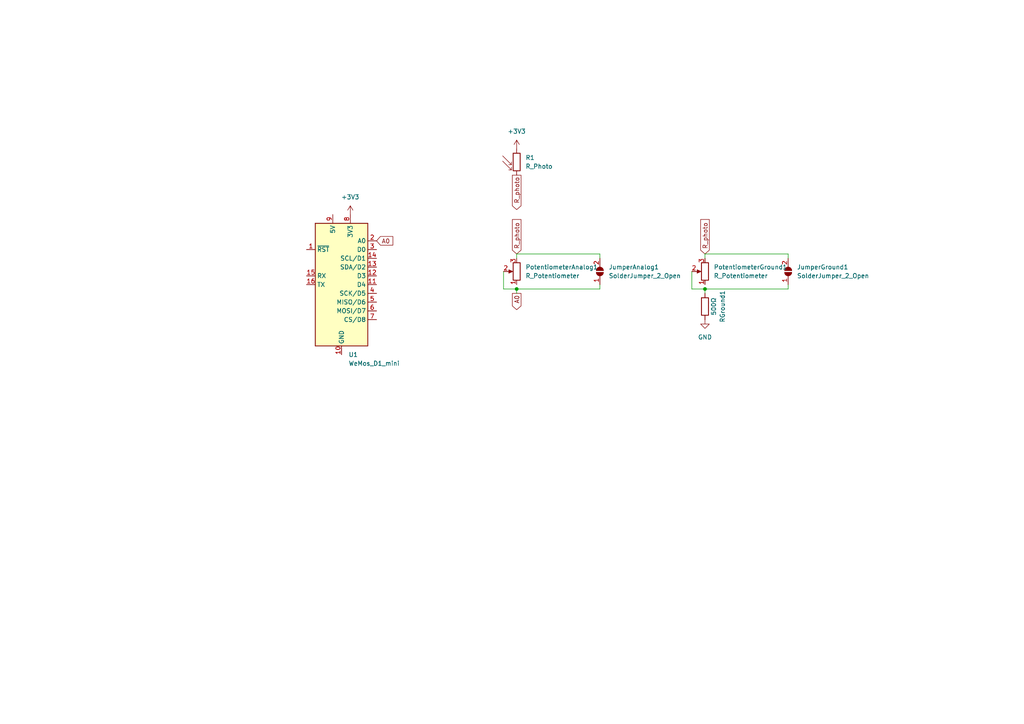
<source format=kicad_sch>
(kicad_sch (version 20230121) (generator eeschema)
  (paper "A4")
  (lib_symbols
    (symbol "Device:R" (pin_numbers hide) (pin_names (offset 0))
      (property "Reference" "R" (at 2.032 0 90))
      (property "Value" "R" (at 0 0 90))
      (symbol "R_0_1"
        (rectangle (start -1.016 -2.54) (end 1.016 2.54) (stroke (width 0.254)))
      )
      (symbol "R_1_1"
        (pin passive line (at 0 3.81 270) (length 1.27) (name "~") (number "1"))
        (pin passive line (at 0 -3.81 90) (length 1.27) (name "~") (number "2"))
      )
    )
    (symbol "Device:R_Photo" (pin_numbers hide) (pin_names (offset 0))
      (property "Reference" "R" (at 1.27 1.27 0))
      (property "Value" "R_Photo" (at 1.27 0 0))
      (symbol "R_Photo_0_1"
        (rectangle (start -1.016 2.54) (end 1.016 -2.54) (stroke (width 0.254)))
        (polyline (pts (xy -1.524 -2.286) (xy -4.064 0.254)))
        (polyline (pts (xy -1.524 -2.286) (xy -2.286 -2.286)))
        (polyline (pts (xy -1.524 -2.286) (xy -1.524 -1.524)))
        (polyline (pts (xy -1.524 -0.762) (xy -4.064 1.778)))
        (polyline (pts (xy -1.524 -0.762) (xy -2.286 -0.762)))
        (polyline (pts (xy -1.524 -0.762) (xy -1.524 0)))
      )
      (symbol "R_Photo_1_1"
        (pin passive line (at 0 3.81 270) (length 1.27) (name "~") (number "1"))
        (pin passive line (at 0 -3.81 90) (length 1.27) (name "~") (number "2"))
      )
    )
    (symbol "Device:R_Potentiometer" (pin_names (offset 1.016) hide)
      (property "Reference" "RV" (at -4.445 0 90))
      (property "Value" "R_Potentiometer" (at -2.54 0 90))
      (symbol "R_Potentiometer_0_1"
        (polyline (pts (xy 2.54 0) (xy 1.524 0)))
        (polyline (pts (xy 1.143 0) (xy 2.286 0.508) (xy 2.286 -0.508) (xy 1.143 0)) (fill (type outline)))
        (rectangle (start 1.016 2.54) (end -1.016 -2.54) (stroke (width 0.254)))
      )
      (symbol "R_Potentiometer_1_1"
        (pin passive line (at 0 3.81 270) (length 1.27) (name "1") (number "1"))
        (pin passive line (at 3.81 0 180) (length 1.27) (name "2") (number "2"))
        (pin passive line (at 0 -3.81 90) (length 1.27) (name "3") (number "3"))
      )
    )
    (symbol "Jumper:SolderJumper_2_Open" (pin_names (offset 0) hide)
      (property "Reference" "JP" (at 0 2.032 0))
      (property "Value" "SolderJumper_2_Open" (at 0 -2.54 0))
      (symbol "SolderJumper_2_Open_0_1"
        (arc (start -0.254 1.016) (mid -1.2656 0) (end -0.254 -1.016))
        (arc (start -0.254 1.016) (mid -1.2656 0) (end -0.254 -1.016) (fill (type outline)))
        (polyline (pts (xy -0.254 1.016) (xy -0.254 -1.016)))
        (polyline (pts (xy 0.254 1.016) (xy 0.254 -1.016)))
        (arc (start 0.254 -1.016) (mid 1.2656 0) (end 0.254 1.016))
        (arc (start 0.254 -1.016) (mid 1.2656 0) (end 0.254 1.016) (fill (type outline)))
      )
      (symbol "SolderJumper_2_Open_1_1"
        (pin passive line (at -3.81 0 0) (length 2.54) (name "A") (number "1"))
        (pin passive line (at 3.81 0 180) (length 2.54) (name "B") (number "2"))
      )
    )
    (symbol "MCU_Module:WeMos_D1_mini"
      (property "Reference" "U" (at 3.81 19.05 0))
      (property "Value" "WeMos_D1_mini" (at 1.27 -19.05 0))
      (symbol "WeMos_D1_mini_1_1"
        (rectangle (start -7.62 17.78) (end 7.62 -17.78) (stroke (width 0.254)) (fill (type background)))
        (pin input line (at -10.16 10.16 0) (length 2.54) (name "~{RST}") (number "1"))
        (pin power_in line (at 0 -20.32 90) (length 2.54) (name "GND") (number "10"))
        (pin bidirectional line (at 10.16 0 180) (length 2.54) (name "D4") (number "11"))
        (pin bidirectional line (at 10.16 2.54 180) (length 2.54) (name "D3") (number "12"))
        (pin bidirectional line (at 10.16 5.08 180) (length 2.54) (name "SDA/D2") (number "13"))
        (pin bidirectional line (at 10.16 7.62 180) (length 2.54) (name "SCL/D1") (number "14"))
        (pin input line (at -10.16 2.54 0) (length 2.54) (name "RX") (number "15"))
        (pin output line (at -10.16 0 0) (length 2.54) (name "TX") (number "16"))
        (pin input line (at 10.16 12.7 180) (length 2.54) (name "A0") (number "2"))
        (pin bidirectional line (at 10.16 10.16 180) (length 2.54) (name "D0") (number "3"))
        (pin bidirectional line (at 10.16 -2.54 180) (length 2.54) (name "SCK/D5") (number "4"))
        (pin bidirectional line (at 10.16 -5.08 180) (length 2.54) (name "MISO/D6") (number "5"))
        (pin bidirectional line (at 10.16 -7.62 180) (length 2.54) (name "MOSI/D7") (number "6"))
        (pin bidirectional line (at 10.16 -10.16 180) (length 2.54) (name "CS/D8") (number "7"))
        (pin power_out line (at 2.54 20.32 270) (length 2.54) (name "3V3") (number "8"))
        (pin power_in line (at -2.54 20.32 270) (length 2.54) (name "5V") (number "9"))
      )
    )
    (symbol "power:+3V3" (power) (pin_names (offset 0))
      (property "Value" "+3V3" (at 0 3.556 0))
      (symbol "+3V3_0_1"
        (polyline (pts (xy -0.762 1.27) (xy 0 2.54)))
        (polyline (pts (xy 0 0) (xy 0 2.54)))
        (polyline (pts (xy 0 2.54) (xy 0.762 1.27)))
      )
      (symbol "+3V3_1_1"
        (pin power_in line (at 0 0 90) (length 0) hide (name "+3V3") (number "1"))
      )
    )
    (symbol "power:GND" (power) (pin_names (offset 0))
      (property "Value" "GND" (at 0 -3.81 0))
      (symbol "GND_0_1"
        (polyline (pts (xy 0 0) (xy 0 -1.27) (xy 1.27 -1.27) (xy 0 -2.54) (xy -1.27 -1.27) (xy 0 -1.27)))
      )
      (symbol "GND_1_1"
        (pin power_in line (at 0 0 270) (length 0) hide (name "GND") (number "1"))
      )
    )
  )
  (junction (at 149.86 83.82))
  (junction (at 204.47 83.82))
  (wire (pts (xy 146.05 78.74) (xy 146.05 83.82)))
  (wire (pts (xy 204.47 73.66) (xy 228.6 73.66)))
  (wire (pts (xy 149.86 83.82) (xy 149.86 85.09)))
  (wire (pts (xy 149.86 83.82) (xy 173.99 83.82)))
  (wire (pts (xy 149.86 73.66) (xy 173.99 73.66)))
  (wire (pts (xy 146.05 83.82) (xy 149.86 83.82)))
  (wire (pts (xy 204.47 83.82) (xy 204.47 85.09)))
  (wire (pts (xy 228.6 82.55) (xy 228.6 83.82)))
  (wire (pts (xy 173.99 82.55) (xy 173.99 83.82)))
  (wire (pts (xy 204.47 83.82) (xy 228.6 83.82)))
  (wire (pts (xy 173.99 73.66) (xy 173.99 74.93)))
  (wire (pts (xy 149.86 73.66) (xy 149.86 74.93)))
  (wire (pts (xy 200.66 78.74) (xy 200.66 83.82)))
  (wire (pts (xy 228.6 73.66) (xy 228.6 74.93)))
  (wire (pts (xy 200.66 83.82) (xy 204.47 83.82)))
  (wire (pts (xy 204.47 73.66) (xy 204.47 74.93)))
  (global_label "A0" (shape input) (at 109.22 69.85 0) (property "Intersheetrefs" "${INTERSHEET_REFS}" (effects hide)))
  (global_label "R_photo" (shape input) (at 204.47 73.66 90) (property "Intersheetrefs" "${INTERSHEET_REFS}" (effects hide)))
  (global_label "R_photo" (shape input) (at 149.86 73.66 90) (property "Intersheetrefs" "${INTERSHEET_REFS}" (effects hide)))
  (global_label "R_photo" (shape output) (at 149.86 50.8 270) (property "Intersheetrefs" "${INTERSHEET_REFS}" (effects hide)))
  (global_label "A0" (shape output) (at 149.86 85.09 270) (property "Intersheetrefs" "${INTERSHEET_REFS}" (effects hide)))
  (symbol (lib_id "MCU_Module:WeMos_D1_mini") (at 99.06 82.55 0) (unit 1)
    (property "Reference" "U1" (at 101.0794 102.87 0) (effects (justify left)))
    (property "Value" "WeMos_D1_mini" (at 101.0794 105.41 0) (effects (justify left)))
    (property "Footprint" "Module:WEMOS_D1_mini_light" (effects hide))
    (property "Datasheet" "https://wiki.wemos.cc/products:d1:d1_mini#documentation" (effects hide))
  )
  (symbol (lib_id "Device:R_Photo") (at 149.86 46.99 0) (unit 1)
    (property "Reference" "R1" (at 152.4 45.72 0) (effects (justify left)))
    (property "Value" "R_Photo" (at 152.4 48.26 0) (effects (justify left)))
    (property "Footprint" "OptoDevice:R_LDR_4.9x4.2mm_P2.54mm_Vertical" (effects hide))
  )
  (symbol (lib_id "Device:R") (at 204.47 88.9 180) (unit 1)
    (property "Reference" "RGround1" (at 209.55 88.9 90))
    (property "Value" "500Ω" (at 207.01 88.9 90))
    (property "Footprint" "Resistor_THT:R_Axial_DIN0309_L9.0mm_D3.2mm_P15.24mm_Horizontal" (effects hide))
  )
  (symbol (lib_id "power:+3V3") (at 101.6 62.23 0) (unit 1)
    (property "Reference" "#PWR02" (effects hide))
    (property "Value" "+3V3" (at 101.6 57.15 0))
  )
  (symbol (lib_id "Jumper:SolderJumper_2_Open") (at 173.99 78.74 90) (unit 1)
    (property "Reference" "JumperAnalog1" (at 176.53 77.47 90) (effects (justify right)))
    (property "Value" "SolderJumper_2_Open" (at 176.53 80.01 90) (effects (justify right)))
    (property "Footprint" "Jumper:SolderJumper-2_P1.3mm_Open_Pad1.0x1.5mm" (effects hide))
  )
  (symbol (lib_id "power:GND") (at 204.47 92.71 0) (unit 1)
    (property "Reference" "#PWR03" (effects hide))
    (property "Value" "GND" (at 204.47 97.79 0))
  )
  (symbol (lib_id "Device:R_Potentiometer") (at 204.47 78.74 180) (unit 1)
    (property "Reference" "PotentiometerGround1" (at 207.01 77.47 0) (effects (justify right)))
    (property "Value" "R_Potentiometer" (at 207.01 80.01 0) (effects (justify right)))
    (property "Footprint" "bourns:BOURNS-3362P_pot" (effects hide))
  )
  (symbol (lib_id "Jumper:SolderJumper_2_Open") (at 228.6 78.74 90) (unit 1)
    (property "Reference" "JumperGround1" (at 231.14 77.47 90) (effects (justify right)))
    (property "Value" "SolderJumper_2_Open" (at 231.14 80.01 90) (effects (justify right)))
    (property "Footprint" "Jumper:SolderJumper-2_P1.3mm_Open_Pad1.0x1.5mm" (effects hide))
  )
  (symbol (lib_id "power:+3V3") (at 149.86 43.18 0) (unit 1)
    (property "Reference" "#PWR01" (effects hide))
    (property "Value" "+3V3" (at 149.86 38.1 0))
  )
  (symbol (lib_id "Device:R_Potentiometer") (at 149.86 78.74 180) (unit 1)
    (property "Reference" "PotentiometerAnalog1" (at 152.4 77.47 0) (effects (justify right)))
    (property "Value" "R_Potentiometer" (at 152.4 80.01 0) (effects (justify right)))
    (property "Footprint" "bourns:BOURNS-3362P_pot" (effects hide))
  )
)
</source>
